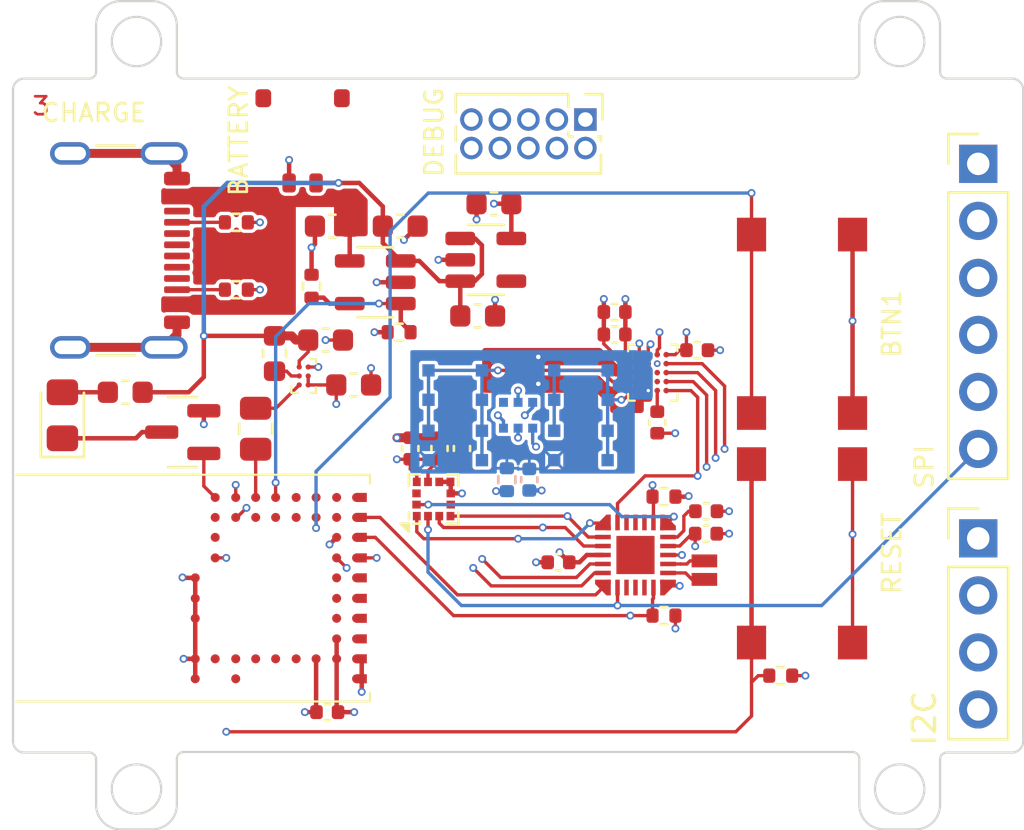
<source format=kicad_pcb>
(kicad_pcb (version 20241229) (generator "pcbnew") (generator_version "9.0")
  (title_block (title "Heart Rate Dev-Board") (date "2025-07-29") (rev "3") (company "https://github.com/ZSWatch/Heartrate-HW"))
  (layers (0 "F.Cu" signal) (4 "In1.Cu" power "Inner1") (6 "In2.Cu" power "Inner2") (2 "B.Cu" signal) (13 "F.Paste" user) (15 "B.Paste" user) (5 "F.SilkS" user "F.Silkscreen") (7 "B.SilkS" user "B.Silkscreen") (1 "F.Mask" user) (3 "B.Mask" user) (25 "Edge.Cuts" user))
  (net 0 "")
  (net 1 "GND")
  (net 2 "+1V8")
  (net 3 "Net-(IC102-V_{DD})")
  (net 4 "/V_{BAT}")
  (net 5 "/SDA")
  (net 6 "/SCL")
  (net 7 "Net-(IC105-VREF)")
  (net 8 "/V_{LED}")
  (net 9 "Net-(IC103-V_{CORE})")
  (net 10 "/CHARGE")
  (net 12 "Net-(IC101-SCL{slash}SCLK)")
  (net 13 "Net-(D107-K)")
  (net 14 "Net-(D107-A)")
  (net 15 "Net-(IC101-SDO{slash}ADDR0)")
  (net 17 "Net-(IC101-CS)")
  (net 18 "Net-(IC101-SDA{slash}SDI{slash}SDO)")
  (net 19 "/INT_{ACC}")
  (net 20 "Net-(IC102-PROG)")
  (net 21 "Net-(IC103-32k_{OUT})")
  (net 22 "/~{RESET_{HR}}")
  (net 23 "Net-(IC103-INT_{PPG})")
  (net 24 "/STATUS")
  (net 25 "Net-(IC103-CS_{PPG})")
  (net 26 "Net-(IC103-32k_{IN})")
  (net 27 "Net-(IC104-L)")
  (net 28 "/ENABLE_{LED}")
  (net 31 "/~{RESET}")
  (net 38 "/SWDIO")
  (net 43 "/SWDCLK")
  (net 48 "Net-(X102-CC1)")
  (net 49 "Net-(X102-CC2)")
  (net 58 "Net-(M101-P2.03)")
  (net 59 "Net-(D102-K)")
  (net 67 "Net-(M101-P0.02)")
  (net 68 "PD_GND")
  (net 69 "Net-(D101-K)")
  (net 72 "Net-(M101-P0.01)")
  (net 74 "Net-(IC105-LED1_DRV)")
  (net 75 "Net-(IC105-LED2_DRV)")
  (net 76 "Net-(IC105-LED3_DRV)")
  (footprint "Wuerth:WS-TASV-6x6" (layer "F.Cu") (at 176.35 98.625 -90)
    (property "Reference" "SW101" (hide yes))
    (property "Value" "BTN1")
  )
  (footprint "Capacitor_SMD:C_0603_1608Metric" (layer "F.Cu") (at 158.45 94.275)
    (property "Reference" "C102" (hide yes))
    (property "Value" "4u7" (hide yes))
  )
  (footprint "Molex:78171-0002" (layer "F.Cu") (at 154.1 90.475 180)
    (property "Reference" "X103" (hide yes))
    (property "Value" "BATTERY")
  )
  (footprint "Capacitor_SMD:C_0402_1005Metric" (layer "F.Cu") (at 160.2 104.18 90)
    (property "Reference" "C114" (hide yes))
    (property "Value" "100n" (hide yes))
  )
  (footprint "Capacitor_SMD:C_0402_1005Metric" (layer "F.Cu") (at 168 98.1 180)
    (property "Reference" "C105" (hide yes))
    (property "Value" "22u" (hide yes))
  )
  (footprint "Resistor_SMD:R_0805_2012Metric" (layer "F.Cu") (at 152.01 103.3 90)
    (property "Reference" "R109" (hide yes))
    (property "Value" "0R" (hide yes))
  )
  (footprint "Resistor_SMD:R_0402_1005Metric" (layer "F.Cu") (at 151.15 97.105 180)
    (property "Reference" "R104" (hide yes))
    (property "Value" "5k1" (hide yes))
  )
  (footprint "Crystal_Kampi:ECS_ECX-1210" (layer "F.Cu") (at 172 109.6 90)
    (property "Reference" "Y101" (hide yes))
    (property "Value" "32kHz" (hide yes))
  )
  (footprint "Capacitor_SMD:C_0603_1608Metric" (layer "F.Cu") (at 162.625 93.275 180)
    (property "Reference" "C110" (hide yes))
    (property "Value" "1u" (hide yes))
  )
  (footprint "Analog Devices:MAX32664GTG" (layer "F.Cu") (at 168.93 108.925 90)
    (property "Reference" "IC103" (hide yes))
    (property "Value" "MAX32664" (hide yes))
  )
  (footprint "Resistor_SMD:R_0402_1005Metric" (layer "F.Cu") (at 154.5 96.95 90)
    (property "Reference" "R106" (hide yes))
    (property "Value" "10k" (hide yes))
  )
  (footprint "Resistor_SMD:R_0402_1005Metric" (layer "F.Cu") (at 158.4 99 180)
    (property "Reference" "R107" (hide yes))
    (property "Value" "10k" (hide yes))
  )
  (footprint "Resistor_SMD:R_0402_1005Metric" (layer "F.Cu") (at 170.2 106.325 180)
    (property "Reference" "R103" (hide yes))
    (property "Value" "4k7" (hide yes))
  )
  (footprint "Inductor_SMD:L_0603_1608Metric" (layer "F.Cu") (at 152.85 99.95 -90)
    (property "Reference" "L101" (hide yes))
    (property "Value" "1u" (hide yes))
  )
  (footprint "Connector_USB:USB_C_Receptacle_GCT_USB4105-xx-A_16P_TopMnt_Horizontal" (layer "F.Cu") (at 144.825 95.355 -90)
    (property "Reference" "X102" (hide yes))
    (property "Value" "CHARGE")
  )
  (footprint "Capacitor_SMD:C_0402_1005Metric" (layer "F.Cu") (at 172.07 107.975)
    (property "Reference" "C117" (hide yes))
    (property "Value" "1u" (hide yes))
  )
  (footprint "Resistor_SMD:R_0402_1005Metric" (layer "F.Cu") (at 151.15 94.105)
    (property "Reference" "R102" (hide yes))
    (property "Value" "5k1" (hide yes))
  )
  (footprint "Capacitor_SMD:C_0603_1608Metric" (layer "F.Cu") (at 146.2 101.675 180)
    (property "Reference" "R105" (hide yes))
    (property "Value" "220R" (hide yes))
  )
  (footprint "Package_TO_SOT_SMD:SOT-23-5" (layer "F.Cu") (at 157.3375 96.775 180)
    (property "Reference" "IC102" (hide yes))
    (property "Value" "MCP73832-2-OT" (hide yes))
  )
  (footprint "Wuerth:WS-TASV-6x6" (layer "F.Cu") (at 176.35 108.85 90)
    (property "Reference" "SW102" (hide yes))
    (property "Value" "RESET")
  )
  (footprint "Package_LGA:LGA-12_2x2mm_P0.5mm" (layer "F.Cu") (at 159.9375 106.43 90)
    (property "Reference" "IC101" (hide yes))
    (property "Value" "LIS2DS12" (hide yes))
  )
  (footprint "Package_BGA_Kampi:DSBGA-6_0.886x1.288mm_2x3_P0.4mm" (layer "F.Cu") (at 154.15 100.95)
    (property "Reference" "IC104" (hide yes))
    (property "Value" "TPS61240" (hide yes))
  )
  (footprint "Capacitor_SMD:C_0402_1005Metric" (layer "F.Cu") (at 155.2 115.925 180)
    (property "Reference" "C109" (hide yes))
    (property "Value" "100n" (hide yes))
  )
  (footprint "Capacitor_SMD:C_0603_1608Metric" (layer "F.Cu") (at 161.9 98.275)
    (property "Reference" "C113" (hide yes))
    (property "Value" "1u" (hide yes))
  )
  (footprint "Capacitor_SMD:C_0603_1608Metric" (layer "F.Cu") (at 156.375 101.35)
    (property "Reference" "C108" (hide yes))
    (property "Value" "4u7" (hide yes))
  )
  (footprint "Capacitor_SMD:C_0402_1005Metric" (layer "F.Cu") (at 169.9 103.02 -90)
    (property "Reference" "C104" (hide yes))
    (property "Value" "1u" (hide yes))
  )
  (footprint "Package_BGA_Kampi:THIN-WLP-20_2.228x1.967mm_P0.4mm" (layer "F.Cu") (at 169.7 100.8 -90)
    (property "Reference" "IC105" (hide yes))
    (property "Value" "MAX86141" (hide yes))
  )
  (footprint "Capacitor_SMD:C_0402_1005Metric" (layer "F.Cu") (at 171.68 99.8)
    (property "Reference" "C106" (hide yes))
    (property "Value" "10u" (hide yes))
  )
  (footprint "Resistor_SMD:R_0402_1005Metric" (layer "F.Cu") (at 170.2 111.625)
    (property "Reference" "R101" (hide yes))
    (property "Value" "10k" (hide yes))
  )
  (footprint "Fanstel:BM15C" (layer "F.Cu") (at 148.2 110.4 90)
    (property "Reference" "M101" (hide yes))
    (property "Value" "BM15C" (hide yes))
  )
  (footprint "Capacitor_SMD:C_0603_1608Metric" (layer "F.Cu") (at 155.425 94.275 180)
    (property "Reference" "C101" (hide yes))
    (property "Value" "4u7" (hide yes))
  )
  (footprint "Connector_PinHeader_2.54mm:PinHeader_1x06_P2.54mm_Vertical" (layer "F.Cu") (at 184.2 91.5)
    (property "Reference" "J101" (hide yes))
    (property "Value" "SPI")
  )
  (footprint "Resistor_SMD:R_0402_1005Metric" (layer "F.Cu") (at 175.4 114.3 180)
    (property "Reference" "R108" (hide yes))
    (property "Value" "10k" (hide yes))
  )
  (footprint "Capacitor_SMD:C_0603_1608Metric" (layer "F.Cu") (at 155.125 99.35)
    (property "Reference" "C107" (hide yes))
    (property "Value" "2u2" (hide yes))
  )
  (footprint "Capacitor_SMD:C_0402_1005Metric" (layer "F.Cu") (at 165.5 109.25 180)
    (property "Reference" "C111" (hide yes))
    (property "Value" "1u" (hide yes))
  )
  (footprint "Connector_PinHeader_1.27mm:PinHeader_2x05_P1.27mm_Vertical" (layer "F.Cu") (at 166.7 89.525 -90)
    (property "Reference" "X104" (hide yes))
    (property "Value" "DEBUG")
  )
  (footprint "Connector_PinHeader_2.54mm:PinHeader_1x04_P2.54mm_Vertical" (layer "F.Cu") (at 184.2 108.185)
    (property "Reference" "J104" (hide yes))
    (property "Value" "I2C")
  )
  (footprint "Capacitor_SMD:C_0402_1005Metric" (layer "F.Cu") (at 168 99.1 180)
    (property "Reference" "C103" (hide yes))
    (property "Value" "100n" (hide yes))
  )
  (footprint "Capacitor_SMD:C_0402_1005Metric" (layer "F.Cu") (at 161.2 104.18 90)
    (property "Reference" "C115" (hide yes))
    (property "Value" "10u" (hide yes))
  )
  (footprint "Capacitor_SMD:C_0402_1005Metric" (layer "F.Cu") (at 172.08 106.975)
    (property "Reference" "C112" (hide yes))
    (property "Value" "1u" (hide yes))
  )
  (footprint "Package_TO_SOT_SMD:SOT-23-5" (layer "F.Cu") (at 162.2625 95.775)
    (property "Reference" "IC106" (hide yes))
    (property "Value" "MIC5365-1.8" (hide yes))
  )
  (footprint "LED_SMD:LED_0805_2012Metric_Pad1.15x1.40mm_HandSolder" (layer "F.Cu") (at 143.4 102.7 90)
    (property "Reference" "D107" (hide yes))
    (property "Value" "STATUS" (hide yes))
  )
  (footprint "Capacitor_SMD:C_0402_1005Metric" (layer "F.Cu") (at 158.9 104.18 90)
    (property "Reference" "C116" (hide yes))
    (property "Value" "100n" (hide yes))
  )
  (footprint "Package_TO_SOT_SMD:SOT-23" (layer "F.Cu") (at 148.7625 103.45 180)
    (property "Reference" "Q101" (hide yes))
    (property "Value" "BSS138" (hide yes))
  )
  (footprint "Osram:SFH7016" (layer "B.Cu") (at 163.7 102.7)
    (property "Reference" "LED101" (hide yes))
    (property "Value" "SFH 7016" (hide yes))
  )
  (footprint "Vishay:VEMD8080" (layer "B.Cu") (at 166.5 102.7 -90)
    (property "Reference" "D102" (hide yes))
    (property "Value" "D_Photo" (hide yes))
  )
  (footprint "Resistor_SMD:R_0402_1005Metric" (layer "B.Cu") (at 163.2 105.57 -90)
    (property "Reference" "R110" (hide yes))
    (property "Value" "~" (hide yes))
  )
  (footprint "Capacitor_SMD:C_0402_1005Metric" (layer "B.Cu") (at 164.2 105.57 -90)
    (property "Reference" "C118" (hide yes))
    (property "Value" "~" (hide yes))
  )
  (footprint "Vishay:VEMD8080" (layer "B.Cu") (at 160.9 102.7 -90)
    (property "Reference" "D101" (hide yes))
    (property "Value" "D_Photo" (hide yes))
  )
  (gr_line (start 154.7 100.4) (end 154.7 100.2) (stroke (width 0.1)) (layer "F.SilkS"))
  (gr_line (start 153.6 101.7) (end 153.9 101.7) (stroke (width 0.1)) (layer "F.SilkS"))
  (gr_line (start 154.45 100.2) (end 154.7 100.2) (stroke (width 0.1)) (layer "F.SilkS"))
  (gr_line (start 154.45 101.7) (end 154.7 101.7) (stroke (width 0.1)) (layer "F.SilkS"))
  (gr_line (start 154.7 101.7) (end 154.7 101.45) (stroke (width 0.1)) (layer "F.SilkS"))
  (gr_line (start 156.6 105.35) (end 141.35 105.35) (stroke (width 0.1)) (layer "F.SilkS"))
  (gr_line (start 153.6 101.4) (end 153.6 101.7) (stroke (width 0.1)) (layer "F.SilkS"))
  (gr_line (start 156.6 115.45) (end 141.35 115.45) (stroke (width 0.1)) (layer "F.SilkS"))
  (gr_line (start 178.6 117.7) (end 148.8 117.7) (stroke (width 0.1)) (layer "Edge.Cuts"))
  (gr_circle (center 146.7 86.05) (end 147.8 86.05) (stroke (width 0.1)) (fill no) (layer "Edge.Cuts"))
  (gr_line (start 148.5 85.35) (end 148.5 87.4) (stroke (width 0.1)) (layer "Edge.Cuts"))
  (gr_arc (start 144.9 87.4) (mid 144.812132 87.612132) (end 144.6 87.7) (stroke (width 0.1)) (layer "Edge.Cuts"))
  (gr_line (start 178.9 120.05) (end 178.9 118) (stroke (width 0.1)) (layer "Edge.Cuts"))
  (gr_arc (start 146 121.15) (mid 145.222183 120.827817) (end 144.9 120.05) (stroke (width 0.1)) (layer "Edge.Cuts"))
  (gr_circle (center 146.7 119.35) (end 145.6 119.35) (stroke (width 0.1)) (fill no) (layer "Edge.Cuts"))
  (gr_arc (start 147.4 84.25) (mid 148.177817 84.572183) (end 148.5 85.35) (stroke (width 0.1)) (layer "Edge.Cuts"))
  (gr_line (start 180 84.25) (end 181.4 84.25) (stroke (width 0.1)) (layer "Edge.Cuts"))
  (gr_arc (start 148.8 87.7) (mid 148.587868 87.612132) (end 148.5 87.4) (stroke (width 0.1)) (layer "Edge.Cuts"))
  (gr_line (start 182.8 87.7) (end 185.7 87.7) (stroke (width 0.1)) (layer "Edge.Cuts"))
  (gr_line (start 148.5 118) (end 148.5 120.05) (stroke (width 0.1)) (layer "Edge.Cuts"))
  (gr_line (start 141.7 87.7) (end 144.6 87.7) (stroke (width 0.1)) (layer "Edge.Cuts"))
  (gr_line (start 144.9 120.05) (end 144.9 118.025) (stroke (width 0.1)) (layer "Edge.Cuts"))
  (gr_line (start 182.5 118.025) (end 182.5 120.05) (stroke (width 0.1)) (layer "Edge.Cuts"))
  (gr_circle (center 180.7 86.05) (end 181.8 86.05) (stroke (width 0.1)) (fill no) (layer "Edge.Cuts"))
  (gr_line (start 148.8 87.7) (end 178.6 87.7) (stroke (width 0.1)) (layer "Edge.Cuts"))
  (gr_line (start 182.8 117.725) (end 185.7 117.725) (stroke (width 0.1)) (layer "Edge.Cuts"))
  (gr_arc (start 141.2 88.2) (mid 141.346447 87.846447) (end 141.7 87.7) (stroke (width 0.1)) (layer "Edge.Cuts"))
  (gr_line (start 141.2 88.2) (end 141.2 117.225) (stroke (width 0.1)) (layer "Edge.Cuts"))
  (gr_line (start 146 84.25) (end 147.4 84.25) (stroke (width 0.1)) (layer "Edge.Cuts"))
  (gr_arc (start 185.7 87.7) (mid 186.053553 87.846447) (end 186.2 88.2) (stroke (width 0.1)) (layer "Edge.Cuts"))
  (gr_line (start 182.5 85.35) (end 182.5 87.4) (stroke (width 0.1)) (layer "Edge.Cuts"))
  (gr_arc (start 186.2 117.225) (mid 186.053553 117.578553) (end 185.7 117.725) (stroke (width 0.1)) (layer "Edge.Cuts"))
  (gr_arc (start 182.5 118.025) (mid 182.587868 117.812868) (end 182.8 117.725) (stroke (width 0.1)) (layer "Edge.Cuts"))
  (gr_line (start 144.6 117.725) (end 141.7 117.725) (stroke (width 0.1)) (layer "Edge.Cuts"))
  (gr_arc (start 148.5 120.05) (mid 148.177817 120.827817) (end 147.4 121.15) (stroke (width 0.1)) (layer "Edge.Cuts"))
  (gr_line (start 181.4 121.15) (end 180 121.15) (stroke (width 0.1)) (layer "Edge.Cuts"))
  (gr_arc (start 182.8 87.7) (mid 182.587868 87.612132) (end 182.5 87.4) (stroke (width 0.1)) (layer "Edge.Cuts"))
  (gr_arc (start 144.6 117.725) (mid 144.812132 117.812868) (end 144.9 118.025) (stroke (width 0.1)) (layer "Edge.Cuts"))
  (gr_line (start 178.9 87.4) (end 178.9 85.35) (stroke (width 0.1)) (layer "Edge.Cuts"))
  (gr_arc (start 141.7 117.725) (mid 141.346447 117.578553) (end 141.2 117.225) (stroke (width 0.1)) (layer "Edge.Cuts"))
  (gr_line (start 144.9 87.4) (end 144.9 85.35) (stroke (width 0.1)) (layer "Edge.Cuts"))
  (gr_line (start 147.4 121.15) (end 146 121.15) (stroke (width 0.1)) (layer "Edge.Cuts"))
  (gr_arc (start 178.9 85.35) (mid 179.222183 84.572183) (end 180 84.25) (stroke (width 0.1)) (layer "Edge.Cuts"))
  (gr_line (start 186.2 117.225) (end 186.2 88.2) (stroke (width 0.1)) (layer "Edge.Cuts"))
  (gr_arc (start 178.9 87.4) (mid 178.812132 87.612132) (end 178.6 87.7) (stroke (width 0.1)) (layer "Edge.Cuts"))
  (gr_arc (start 178.6 117.7) (mid 178.812132 117.787868) (end 178.9 118) (stroke (width 0.1)) (layer "Edge.Cuts"))
  (gr_arc (start 180 121.15) (mid 179.222183 120.827817) (end 178.9 120.05) (stroke (width 0.1)) (layer "Edge.Cuts"))
  (gr_arc (start 148.5 118) (mid 148.587868 117.787868) (end 148.8 117.7) (stroke (width 0.1)) (layer "Edge.Cuts"))
  (gr_arc (start 144.9 85.35) (mid 145.222183 84.572183) (end 146 84.25) (stroke (width 0.1)) (layer "Edge.Cuts"))
  (gr_arc (start 181.4 84.25) (mid 182.177817 84.572183) (end 182.5 85.35) (stroke (width 0.1)) (layer "Edge.Cuts"))
  (gr_circle (center 180.7 119.35) (end 179.6 119.35) (stroke (width 0.1)) (fill no) (layer "Edge.Cuts"))
  (gr_arc (start 182.5 120.05) (mid 182.177817 120.827817) (end 181.4 121.15) (stroke (width 0.1)) (layer "Edge.Cuts"))
  (gr_text "${REVISION}" (at 142.45 88.925 0) (layer "F.Cu") (effects (font (size 0.8 0.8) (thickness 0.12))))
  (segment (start 148.505 92.155) (end 148.505 91.61) (width 0.4) (layer "F.Cu") (net 1))
  (segment (start 172.7 99.8) (end 172.16 99.8) (width 0.15) (layer "F.Cu") (net 1))
  (segment (start 167.52 99.1) (end 167.52 98.1) (width 0.2) (layer "F.Cu") (net 1))
  (segment (start 149.3176 114.4386) (end 149.3176 113.5496) (width 0.2) (layer "F.Cu") (net 1))
  (segment (start 158.9 103.7) (end 160.2 103.7) (width 0.4) (layer "F.Cu") (net 1))
  (segment (start 170.9 110.3) (end 170.395 110.3) (width 0.15) (layer "F.Cu") (net 1))
  (segment (start 170.395 110.3) (end 170.35 110.345) (width 0.15) (layer "F.Cu") (net 1))
  (segment (start 156.7344 113.5496) (end 156.7344 114.4386) (width 0.2) (layer "F.Cu") (net 1))
  (segment (start 147.93 91.035) (end 143.75 91.035) (width 0.4) (layer "F.Cu") (net 1))
  (segment (start 149.7 102.5) (end 149.7 103.1) (width 0.2) (layer "F.Cu") (net 1))
  (segment (start 173.1 106.975) (end 172.56 106.975) (width 0.15) (layer "F.Cu") (net 1))
  (segment (start 148.505 91.61) (end 147.93 91.035) (width 0.4) (layer "F.Cu") (net 1))
  (segment (start 169.1 100.8) (end 169.5 100.8) (width 0.2) (layer "F.Cu") (net 1))
  (segment (start 153.5 91.325) (end 153.5 92.35) (width 0.2) (layer "F.Cu") (net 1))
  (segment (start 152.2 97.105) (end 151.66 97.105) (width 0.15) (layer "F.Cu") (net 1))
  (segment (start 149.3176 110.8572) (end 149.3176 109.9428) (width 0.2) (layer "F.Cu") (net 1))
  (segment (start 164.5 109.25) (end 165.02 109.25) (width 0.2) (layer "F.Cu") (net 1))
  (segment (start 148.7678 109.9428) (end 149.3176 109.9428) (width 0.2) (layer "F.Cu") (net 1))
  (segment (start 170.71 112.2) (end 170.71 111.625) (width 0.15) (layer "F.Cu") (net 1))
  (segment (start 172.55 107.975) (end 173.1 107.975) (width 0.15) (layer "F.Cu") (net 1))
  (segment (start 148.505 98.555) (end 148.505 99.1) (width 0.4) (layer "F.Cu") (net 1))
  (segment (start 169.1 100.8) (end 168.8 100.8) (width 0.15) (layer "F.Cu") (net 1))
  (segment (start 148.75 109.925) (end 148.7678 109.9428) (width 0.2) (layer "F.Cu") (net 1))
  (segment (start 152.2 94.105) (end 151.66 94.105) (width 0.15) (layer "F.Cu") (net 1))
  (segment (start 154.2 115.925) (end 154.72 115.925) (width 0.2) (layer "F.Cu") (net 1))
  (segment (start 157.15 100.6) (end 157.15 101.35) (width 0.15) (layer "F.Cu") (net 1))
  (segment (start 178.6 102.6) (end 178.6 98.5) (width 0.2) (layer "F.Cu") (net 1))
  (segment (start 154.35 100.55) (end 154.8 100.55) (width 0.15) (layer "F.Cu") (net 1))
  (segment (start 160.700242 106.180242) (end 160.7 106.18) (width 0.2) (layer "F.Cu") (net 1))
  (segment (start 158.6125 94.8875) (end 159.225 94.275) (width 0.2) (layer "F.Cu") (net 1))
  (segment (start 158.3 103.7) (end 158.9 103.7) (width 0.4) (layer "F.Cu") (net 1))
  (segment (start 149.3176 111.7462) (end 149.3176 110.8572) (width 0.2) (layer "F.Cu") (net 1))
  (segment (start 170.38 108.925) (end 171 108.925) (width 0.15) (layer "F.Cu") (net 1))
  (segment (start 160.7 106.18) (end 160.7 105.68) (width 0.2) (layer "F.Cu") (net 1))
  (segment (start 158.475 96.775) (end 157.4 96.775) (width 0.2) (layer "F.Cu") (net 1))
  (segment (start 161.85 93.975) (end 161.85 93.275) (width 0.2) (layer "F.Cu") (net 1))
  (segment (start 169.5 101.2) (end 169.5 100.8) (width 0.2) (layer "F.Cu") (net 1))
  (segment (start 148.8 113.5496) (end 149.3176 113.5496) (width 0.2) (layer "F.Cu") (net 1))
  (segment (start 154.65 95.075) (end 154.5 95.225) (width 0.2) (layer "F.Cu") (net 1))
  (segment (start 160.1875 105.6675) (end 160.6875 105.6675) (width 0.2) (layer "F.Cu") (net 1))
  (segment (start 169.9 103.5) (end 170.7 103.5) (width 0.15) (layer "F.Cu") (net 1))
  (segment (start 162.675 97.55) (end 162.675 98.275) (width 0.2) (layer "F.Cu") (net 1))
  (segment (start 156.7344 115.025) (end 156.7344 114.4386) (width 0.2) (layer "F.Cu") (net 1))
  (segment (start 154.72 115.925) (end 154.7024 115.9074) (width 0.2) (layer "F.Cu") (net 1))
  (segment (start 154.5 95.225) (end 154.5 96.175) (width 0.2) (layer "F.Cu") (net 1))
  (segment (start 148.505 99.1) (end 147.93 99.675) (width 0.4) (layer "F.Cu") (net 1))
  (segment (start 167.52 99.52) (end 167.52 99.1) (width 0.15) (layer "F.Cu") (net 1))
  (segment (start 147.93 99.675) (end 143.75 99.675) (width 0.4) (layer "F.Cu") (net 1))
  (segment (start 178.6 108) (end 178.6 112.825) (width 0.15) (layer "F.Cu") (net 1))
  (segment (start 161.125 95.775) (end 160.15 95.775) (width 0.2) (layer "F.Cu") (net 1))
  (segment (start 155.9 99.35) (end 155.125 99.35) (width 0.15) (layer "F.Cu") (net 1))
  (segment (start 178.6 104.875) (end 178.6 108) (width 0.15) (layer "F.Cu") (net 1))
  (segment (start 154.65 94.275) (end 154.65 95.075) (width 0.2) (layer "F.Cu") (net 1))
  (segment (start 178.6 98.5) (end 178.6 94.65) (width 0.2) (layer "F.Cu") (net 1))
  (segment (start 161.2 106.18) (end 160.7 106.18) (width 0.2) (layer "F.Cu") (net 1))
  (segment (start 168.8 100.8) (end 167.52 99.52) (width 0.15) (layer "F.Cu") (net 1))
  (segment (start 167.52 97.52) (end 167.52 98.1) (width 0.2) (layer "F.Cu") (net 1))
  (segment (start 160.7 105.68) (end 160.6875 105.6675) (width 0.2) (layer "F.Cu") (net 1))
  (segment (start 154.7024 115.9074) (end 154.7024 113.5496) (width 0.2) (layer "F.Cu") (net 1))
  (segment (start 160.2 103.7) (end 161.2 103.7) (width 0.4) (layer "F.Cu") (net 1))
  (segment (start 155.3 108.4562) (end 155.6168 108.1394) (width 0.2) (layer "F.Cu") (net 1))
  (segment (start 149.3176 113.5496) (end 149.3176 111.7462) (width 0.2) (layer "F.Cu") (net 1))
  (via (at 161.2 106.18) (size 0.35) (drill 0.2) (layers "F.Cu" "B.Cu") (net 1))
  (via (at 157.15 100.6) (size 0.35) (drill 0.2) (layers "F.Cu" "B.Cu") (net 1))
  (via (at 170.7 103.5) (size 0.35) (drill 0.2) (layers "F.Cu" "B.Cu") (net 1))
  (via (at 154.2 115.925) (size 0.35) (drill 0.2) (layers "F.Cu" "B.Cu") (net 1))
  (via (at 162.675 97.55) (size 0.35) (drill 0.2) (layers "F.Cu" "B.Cu") (net 1))
  (via (at 148.8 113.5496) (size 0.35) (drill 0.2) (layers "F.Cu" "B.Cu") (net 1))
  (via (at 178.6 98.5) (size 0.35) (drill 0.2) (layers "F.Cu" "B.Cu") (net 1))
  (via (at 152.2 94.105) (size 0.35) (drill 0.2) (layers "F.Cu" "B.Cu") (net 1))
  (via (at 173.1 107.975) (size 0.35) (drill 0.2) (layers "F.Cu" "B.Cu") (net 1))
  (via (at 158.6125 94.8875) (size 0.35) (drill 0.2) (layers "F.Cu" "B.Cu") (net 1))
  (via (at 164.75 106.05) (size 0.35) (drill 0.2) (layers "F.Cu" "B.Cu") (net 1))
  (via (at 167.52 97.52) (size 0.35) (drill 0.2) (layers "F.Cu" "B.Cu") (net 1))
  (via (at 156.7344 115.025) (size 0.35) (drill 0.2) (layers "F.Cu" "B.Cu") (net 1))
  (via (at 155.3 108.4562) (size 0.35) (drill 0.2) (layers "F.Cu" "B.Cu") (net 1))
  (via (at 164.5 109.25) (size 0.35) (drill 0.2) (layers "F.Cu" "B.Cu") (net 1))
  (via (at 170.71 112.2) (size 0.35) (drill 0.2) (layers "F.Cu" "B.Cu") (net 1))
  (via (at 162.72 106.08) (size 0.35) (drill 0.2) (layers "F.Cu" "B.Cu") (net 1))
  (via (at 172.7 99.8) (size 0.35) (drill 0.2) (layers "F.Cu" "B.Cu") (net 1))
  (via (at 155.125 99.35) (size 0.35) (drill 0.2) (layers "F.Cu" "B.Cu") (net 1))
  (via (at 149.7 103.1) (size 0.35) (drill 0.2) (layers "F.Cu" "B.Cu") (net 1))
  (via (at 178.6 108) (size 0.35) (drill 0.2) (layers "F.Cu" "B.Cu") (net 1))
  (via (at 157.4 96.775) (size 0.35) (drill 0.2) (layers "F.Cu" "B.Cu") (net 1))
  (via (at 148.75 109.925) (size 0.35) (drill 0.2) (layers "F.Cu" "B.Cu") (net 1))
  (via (at 171 108.925) (size 0.35) (drill 0.2) (layers "F.Cu" "B.Cu") (net 1))
  (via (at 173.1 106.975) (size 0.35) (drill 0.2) (layers "F.Cu" "B.Cu") (net 1))
  (via (at 152.2 97.105) (size 0.35) (drill 0.2) (layers "F.Cu" "B.Cu") (net 1))
  (via (at 170.9 110.3) (size 0.35) (drill 0.2) (layers "F.Cu" "B.Cu") (net 1))
  (via (at 160.15 95.775) (size 0.35) (drill 0.2) (layers "F.Cu" "B.Cu") (net 1))
  (via (at 154.8 100.55) (size 0.35) (drill 0.2) (layers "F.Cu" "B.Cu") (net 1))
  (via (at 154.5 95.225) (size 0.35) (drill 0.2) (layers "F.Cu" "B.Cu") (net 1))
  (via (at 161.85 93.975) (size 0.35) (drill 0.2) (layers "F.Cu" "B.Cu") (net 1))
  (via (at 158.3 103.7) (size 0.35) (drill 0.2) (layers "F.Cu" "B.Cu") (net 1))
  (via (at 153.5 91.325) (size 0.35) (drill 0.2) (layers "F.Cu" "B.Cu") (net 1))
  (segment (start 164.75 106.05) (end 164.2 106.05) (width 0.2) (layer "B.Cu") (net 1))
  (segment (start 162.72 106.08) (end 163.2 106.08) (width 0.2) (layer "B.Cu") (net 1))
  (segment (start 163.23 106.05) (end 163.2 106.08) (width 0.2) (layer "B.Cu") (net 1))
  (segment (start 163.4 93.275) (end 163.4 94.825) (width 0.2) (layer "F.Cu") (net 2))
  (segment (start 176.5 114.3) (end 175.91 114.3) (width 0.15) (layer "F.Cu") (net 2))
  (segment (start 160.2 104.66) (end 158.9 104.66) (width 0.15) (layer "F.Cu") (net 2))
  (segment (start 165.55 108.82) (end 165.55 108.8) (width 0.2) (layer "F.Cu") (net 2))
  (segment (start 168.48 99.970918) (end 168.48 99.1) (width 0.15) (layer "F.Cu") (net 2))
  (segment (start 165.98 109.25) (end 166.43519 109.25) (width 0.2) (layer "F.Cu") (net 2))
  (segment (start 157.3 99) (end 157.89 99) (width 0.2) (layer "F.Cu") (net 2))
  (segment (start 169.1 100.4) (end 168.909082 100.4) (width 0.15) (layer "F.Cu") (net 2))
  (segment (start 159.6875 105.6675) (end 159.6875 105.1725) (width 0.15) (layer "F.Cu") (net 2))
  (segment (start 158.9 104.66) (end 158.9 105.1) (width 0.15) (layer "F.Cu") (net 2))
  (segment (start 155.68 115.925) (end 155.6168 115.8618) (width 0.2) (layer "F.Cu") (net 2))
  (segment (start 171.45 107.975) (end 171.59 107.975) (width 0.15) (layer "F.Cu") (net 2))
  (segment (start 162.625 93.275) (end 163.4 93.275) (width 0.2) (layer "F.Cu") (net 2))
  (segment (start 159.6875 105.1725) (end 160.2 104.66) (width 0.15) (layer "F.Cu") (net 2))
  (segment (start 166.76019 108.925) (end 167.48 108.925) (width 0.2) (layer "F.Cu") (net 2))
  (segment (start 156.4 115.925) (end 155.68 115.925) (width 0.2) (layer "F.Cu") (net 2))
  (segment (start 171.275 106.325) (end 170.71 106.325) (width 0.2) (layer "F.Cu") (net 2))
  (segment (start 171.3 106.3) (end 171.275 106.325) (width 0.2) (layer "F.Cu") (net 2))
  (segment (start 155.6168 113.5496) (end 155.6168 112.6606) (width 0.2) (layer "F.Cu") (net 2))
  (segment (start 170.899999 108.525001) (end 171.45 107.975) (width 0.15) (layer "F.Cu") (net 2))
  (segment (start 165.98 109.25) (end 165.55 108.82) (width 0.2) (layer "F.Cu") (net 2))
  (segment (start 170.38 108.525001) (end 170.899999 108.525001) (width 0.15) (layer "F.Cu") (net 2))
  (segment (start 168.909082 100.4) (end 168.48 99.970918) (width 0.15) (layer "F.Cu") (net 2))
  (segment (start 155.6168 115.8618) (end 155.6168 113.5496) (width 0.2) (layer "F.Cu") (net 2))
  (segment (start 168.48 99.1) (end 168.48 98.1) (width 0.2) (layer "F.Cu") (net 2))
  (segment (start 158.3 104.66) (end 158.9 104.66) (width 0.15) (layer "F.Cu") (net 2))
  (segment (start 166.43519 109.25) (end 166.76019 108.925) (width 0.2) (layer "F.Cu") (net 2))
  (segment (start 161.2 104.66) (end 160.2 104.66) (width 0.15) (layer "F.Cu") (net 2))
  (segment (start 169.5 100.4) (end 169.1 100.4) (width 0.15) (layer "F.Cu") (net 2))
  (segment (start 171.59 108.535) (end 171.59 107.975) (width 0.15) (layer "F.Cu") (net 2))
  (segment (start 159.1875 105.3875) (end 159.1875 105.6675) (width 0.15) (layer "F.Cu") (net 2))
  (segment (start 168.48 97.52) (end 168.48 98.1) (width 0.2) (layer "F.Cu") (net 2))
  (segment (start 158.9 105.1) (end 159.1875 105.3875) (width 0.15) (layer "F.Cu") (net 2))
  (via (at 171.3 106.3) (size 0.35) (drill 0.2) (layers "F.Cu" "B.Cu") (net 2))
  (via (at 165.55 108.8) (size 0.35) (drill 0.2) (layers "F.Cu" "B.Cu") (net 2))
  (via (at 156.4 115.925) (size 0.35) (drill 0.2) (layers "F.Cu" "B.Cu") (net 2))
  (via (at 171.59 108.535) (size 0.35) (drill 0.2) (layers "F.Cu" "B.Cu") (net 2))
  (via (at 162.625 93.275) (size 0.35) (drill 0.2) (layers "F.Cu" "B.Cu") (net 2))
  (via (at 157.3 99) (size 0.35) (drill 0.2) (layers "F.Cu" "B.Cu") (net 2))
  (via (at 168.48 97.52) (size 0.35) (drill 0.2) (layers "F.Cu" "B.Cu") (net 2))
  (via (at 176.5 114.3) (size 0.35) (drill 0.2) (layers "F.Cu" "B.Cu") (net 2))
  (via (at 158.3 104.66) (size 0.35) (drill 0.2) (layers "F.Cu" "B.Cu") (net 2))
  (segment (start 156.2 94.275) (end 156.2 95.825) (width 0.2) (layer "F.Cu") (net 3))
  (segment (start 154.35 99.35) (end 154.35 99.875) (width 0.15) (layer "F.Cu") (net 4))
  (segment (start 158.475 95.825) (end 159.3 95.825) (width 0.2) (layer "F.Cu") (net 4))
  (segment (start 159.3 95.825) (end 160.2 96.725) (width 0.2) (layer "F.Cu") (net 4))
  (segment (start 157.675 93.4) (end 157.675 94.275) (width 0.2) (layer "F.Cu") (net 4))
  (segment (start 157.675 95.025) (end 158.475 95.825) (width 0.2) (layer "F.Cu") (net 4))
  (segment (start 162.0875 96.409252) (end 161.771752 96.725) (width 0.2) (layer "F.Cu") (net 4))
  (segment (start 162.0875 95.125001) (end 162.0875 96.409252) (width 0.2) (layer "F.Cu") (net 4))
  (segment (start 149.7 101) (end 149.025 101.675) (width 0.2) (layer "F.Cu") (net 4))
  (segment (start 153.95 100.275) (end 153.95 100.55) (width 0.15) (layer "F.Cu") (net 4))
  (segment (start 154.35 99.35) (end 153.8 99.35) (width 0.4) (layer "F.Cu") (net 4))
  (segment (start 154.7 92.35) (end 155.7 92.35) (width 0.2) (layer "F.Cu") (net 4))
  (segment (start 161.771752 96.725) (end 161.125 96.725) (width 0.2) (layer "F.Cu") (net 4))
  (segment (start 149.025 101.675) (end 146.975 101.675) (width 0.2) (layer "F.Cu") (net 4))
  (segment (start 149.7 99.1625) (end 152.85 99.1625) (width 0.2) (layer "F.Cu") (net 4))
  (segment (start 153.6125 99.1625) (end 152.85 99.1625) (width 0.4) (layer "F.Cu") (net 4))
  (segment (start 161.125 96.725) (end 161.125 98.275) (width 0.2) (layer "F.Cu") (net 4))
  (segment (start 161.125 94.825) (end 161.787499 94.825) (width 0.2) (layer "F.Cu") (net 4))
  (segment (start 155.7 92.35) (end 156.625 92.35) (width 0.2) (layer "F.Cu") (net 4))
  (segment (start 149.7 99.1625) (end 149.7 101) (width 0.2) (layer "F.Cu") (net 4))
  (segment (start 161.787499 94.825) (end 162.0875 95.125001) (width 0.2) (layer "F.Cu") (net 4))
  (segment (start 154.35 99.875) (end 153.95 100.275) (width 0.15) (layer "F.Cu") (net 4))
  (segment (start 160.2 96.725) (end 161.125 96.725) (width 0.2) (layer "F.Cu") (net 4))
  (segment (start 157.675 94.275) (end 157.675 95.025) (width 0.2) (layer "F.Cu") (net 4))
  (segment (start 156.625 92.35) (end 157.675 93.4) (width 0.2) (layer "F.Cu") (net 4))
  (segment (start 155.7 92.35) (end 155.8 92.35) (width 0.2) (layer "F.Cu") (net 4))
  (segment (start 153.8 99.35) (end 153.6125 99.1625) (width 0.4) (layer "F.Cu") (net 4))
  (via (at 155.7 92.35) (size 0.35) (drill 0.2) (layers "F.Cu" "B.Cu") (net 4))
  (via (at 149.7 99.1625) (size 0.35) (drill 0.2) (layers "F.Cu" "B.Cu") (net 4))
  (segment (start 149.7 99.1625) (end 149.7 93.4) (width 0.2) (layer "B.Cu") (net 4))
  (segment (start 149.7 93.4) (end 150.75 92.35) (width 0.2) (layer "B.Cu") (net 4))
  (segment (start 150.75 92.35) (end 155.7 92.35) (width 0.2) (layer "B.Cu") (net 4))
  (segment (start 156.7344 109.0538) (end 157.4 109.0538) (width 0.15) (layer "F.Cu") (net 5))
  (segment (start 162.925 109.925) (end 166.3 109.925) (width 0.15) (layer "F.Cu") (net 5))
  (segment (start 162.1 109.1) (end 162.925 109.925) (width 0.15) (layer "F.Cu") (net 5))
  (segment (start 166.900001 109.324999) (end 167.48 109.324999) (width 0.15) (layer "F.Cu") (net 5))
  (segment (start 166.3 109.925) (end 166.900001 109.324999) (width 0.15) (layer "F.Cu") (net 5))
  (via (at 162.1 109.1) (size 0.35) (drill 0.2) (layers "F.Cu" "B.Cu") (net 5))
  (via (at 157.4 109.0538) (size 0.35) (drill 0.2) (layers "F.Cu" "B.Cu") (net 5))
  (segment (start 161.7 109.5) (end 162.5 110.3) (width 0.15) (layer "F.Cu") (net 6))
  (segment (start 166.529264 110.3) (end 167.104263 109.725001) (width 0.15) (layer "F.Cu") (net 6))
  (segment (start 156.063 109.5) (end 155.6168 109.0538) (width 0.15) (layer "F.Cu") (net 6))
  (segment (start 167.104263 109.725001) (end 167.48 109.725001) (width 0.15) (layer "F.Cu") (net 6))
  (segment (start 162.5 110.3) (end 166.529264 110.3) (width 0.15) (layer "F.Cu") (net 6))
  (via (at 156.063 109.5) (size 0.35) (drill 0.2) (layers "F.Cu" "B.Cu") (net 6))
  (via (at 161.7 109.5) (size 0.35) (drill 0.2) (layers "F.Cu" "B.Cu") (net 6))
  (segment (start 169.9 102.54) (end 169.9 101.6) (width 0.15) (layer "F.Cu") (net 7))
  (segment (start 154.35 101.35) (end 154.35 100.95) (width 0.15) (layer "F.Cu") (net 8))
  (segment (start 170.9 99.8) (end 171.2 99.8) (width 0.15) (layer "F.Cu") (net 8))
  (segment (start 155.6 101.35) (end 155.6 102.2) (width 0.15) (layer "F.Cu") (net 8))
  (segment (start 154.35 101.35) (end 155.6 101.35) (width 0.15) (layer "F.Cu") (net 8))
  (segment (start 170.7 100) (end 170.9 99.8) (width 0.15) (layer "F.Cu") (net 8))
  (segment (start 170.3 100) (end 170.7 100) (width 0.15) (layer "F.Cu") (net 8))
  (segment (start 171.2 99) (end 171.2 99.8) (width 0.15) (layer "F.Cu") (net 8))
  (via (at 162.8 102.7) (size 0.35) (drill 0.2) (layers "F.Cu" "B.Cu") (net 8))
  (via (at 164 102.7) (size 0.35) (drill 0.2) (layers "F.Cu" "B.Cu") (net 8))
  (via (at 155.6 102.2) (size 0.35) (drill 0.2) (layers "F.Cu" "B.Cu") (net 8))
  (via (at 171.2 99) (size 0.35) (drill 0.2) (layers "F.Cu" "B.Cu") (net 8))
  (segment (start 164.35 102.35) (end 164 102.7) (width 0.15) (layer "B.Cu") (net 8))
  (segment (start 163.05 102.95) (end 163.05 103.275) (width 0.15) (layer "B.Cu") (net 8))
  (segment (start 164.35 102.125) (end 164.35 102.35) (width 0.15) (layer "B.Cu") (net 8))
  (segment (start 162.8 102.7) (end 163.05 102.95) (width 0.15) (layer "B.Cu") (net 8))
  (segment (start 171.085 107.19) (end 171.3 106.975) (width 0.15) (layer "F.Cu") (net 9))
  (segment (start 170.800001 108.124999) (end 171.085 107.84) (width 0.15) (layer "F.Cu") (net 9))
  (segment (start 171.3 106.975) (end 171.6 106.975) (width 0.15) (layer "F.Cu") (net 9))
  (segment (start 171.085 107.84) (end 171.085 107.19) (width 0.15) (layer "F.Cu") (net 9))
  (segment (start 170.38 108.124999) (end 170.800001 108.124999) (width 0.15) (layer "F.Cu") (net 9))
  (segment (start 158.475 97.725) (end 157.5 97.725) (width 0.15) (layer "F.Cu") (net 10))
  (segment (start 158.91 98.985) (end 158.475 98.55) (width 0.2) (layer "F.Cu") (net 10))
  (segment (start 158.9 99.01) (end 158.91 99) (width 0.2) (layer "F.Cu") (net 10))
  (segment (start 152.899 106.3614) (end 152.899 105.701) (width 0.15) (layer "F.Cu") (net 10))
  (segment (start 152.899 105.701) (end 152.9 105.7) (width 0.15) (layer "F.Cu") (net 10))
  (segment (start 158.91 99) (end 158.91 98.985) (width 0.2) (layer "F.Cu") (net 10))
  (segment (start 158.475 98.55) (end 158.475 97.725) (width 0.2) (layer "F.Cu") (net 10))
  (segment (start 152.899 106.3614) (end 152.899 106.374) (width 0.15) (layer "F.Cu") (net 10))
  (via (at 157.5 97.725) (size 0.35) (drill 0.2) (layers "F.Cu" "B.Cu") (net 10))
  (via (at 152.9 105.7) (size 0.35) (drill 0.2) (layers "F.Cu" "B.Cu") (net 10))
  (segment (start 152.9 105.7) (end 152.9 99.2) (width 0.15) (layer "B.Cu") (net 10))
  (segment (start 154.375 97.725) (end 157.5 97.725) (width 0.15) (layer "B.Cu") (net 10))
  (segment (start 152.9 99.2) (end 154.375 97.725) (width 0.15) (layer "B.Cu") (net 10))
  (segment (start 163.7 108.2) (end 159.5 108.2) (width 0.15) (layer "F.Cu") (net 12))
  (segment (start 172.9 101.4) (end 172.9 104.2) (width 0.15) (layer "F.Cu") (net 12))
  (segment (start 171.9 100.4) (end 172.9 101.4) (width 0.15) (layer "F.Cu") (net 12))
  (segment (start 166.9 107.505) (end 167.51 107.505) (width 0.15) (layer "F.Cu") (net 12))
  (segment (start 159.1875 107.8875) (end 159.1875 107.1925) (width 0.15) (layer "F.Cu") (net 12))
  (segment (start 170.3 100.4) (end 171.9 100.4) (width 0.15) (layer "F.Cu") (net 12))
  (segment (start 159.5 108.2) (end 159.1875 107.8875) (width 0.15) (layer "F.Cu") (net 12))
  (via (at 166.9 107.505) (size 0.35) (drill 0.2) (layers "F.Cu" "B.Cu") (net 12))
  (via (at 163.7 108.2) (size 0.35) (drill 0.2) (layers "F.Cu" "B.Cu") (net 12))
  (via (at 172.9 104.2) (size 0.35) (drill 0.2) (layers "F.Cu" "B.Cu") (net 12))
  (segment (start 163.7 108.2) (end 166.205 108.2) (width 0.15) (layer "B.Cu") (net 12))
  (segment (start 166.205 108.2) (end 166.9 107.505) (width 0.15) (layer "B.Cu") (net 12))
  (segment (start 146.675 103.725) (end 143.4 103.725) (width 0.2) (layer "F.Cu") (net 13))
  (segment (start 146.95 103.45) (end 146.675 103.725) (width 0.2) (layer "F.Cu") (net 13))
  (segment (start 147.825 103.45) (end 146.95 103.45) (width 0.2) (layer "F.Cu") (net 13))
  (segment (start 143.4 101.675) (end 145.425 101.675) (width 0.2) (layer "F.Cu") (net 14))
  (segment (start 165.8 107.7) (end 166.625 108.525) (width 0.15) (layer "F.Cu") (net 15))
  (segment (start 164.8 107.7) (end 160.3805 107.7) (width 0.15) (layer "F.Cu") (net 15))
  (segment (start 160.1875 107.507) (end 160.1875 107.1925) (width 0.15) (layer "F.Cu") (net 15))
  (segment (start 160.3805 107.7) (end 160.1875 107.507) (width 0.15) (layer "F.Cu") (net 15))
  (segment (start 172.5 101.6) (end 172.5 104.6) (width 0.15) (layer "F.Cu") (net 15))
  (segment (start 166.625 108.525) (end 167.48 108.525) (width 0.15) (layer "F.Cu") (net 15))
  (segment (start 170.3 100.8) (end 171.7 100.8) (width 0.15) (layer "F.Cu") (net 15))
  (segment (start 164.8 107.7) (end 165.8 107.7) (width 0.15) (layer "F.Cu") (net 15))
  (segment (start 171.7 100.8) (end 172.5 101.6) (width 0.15) (layer "F.Cu") (net 15))
  (via (at 172.5 104.6) (size 0.35) (drill 0.2) (layers "F.Cu" "B.Cu") (net 15))
  (via (at 164.8 107.7) (size 0.35) (drill 0.2) (layers "F.Cu" "B.Cu") (net 15))
  (segment (start 168.129999 111.175) (end 168.129999 110.375) (width 0.15) (layer "F.Cu") (net 17))
  (segment (start 159.6875 107.8) (end 159.6875 107.1925) (width 0.15) (layer "F.Cu") (net 17))
  (via (at 159.6875 107.8) (size 0.35) (drill 0.2) (layers "F.Cu" "B.Cu") (net 17))
  (via (at 168.129999 111.175) (size 0.35) (drill 0.2) (layers "F.Cu" "B.Cu") (net 17))
  (segment (start 159.6875 109.6875) (end 161.175 111.175) (width 0.15) (layer "B.Cu") (net 17))
  (segment (start 159.6875 107.8) (end 159.6875 109.6875) (width 0.15) (layer "B.Cu") (net 17))
  (segment (start 161.175 111.175) (end 168.129999 111.175) (width 0.15) (layer "B.Cu") (net 17))
  (segment (start 184.2 104.2) (end 177.225 111.175) (width 0.15) (layer "B.Cu") (net 17))
  (segment (start 177.225 111.175) (end 168.129999 111.175) (width 0.15) (layer "B.Cu") (net 17))
  (segment (start 171.5 101.2) (end 172.1 101.8) (width 0.15) (layer "F.Cu") (net 18))
  (segment (start 166.825 108.125) (end 167.48 108.125) (width 0.15) (layer "F.Cu") (net 18))
  (segment (start 165.9 107.1925) (end 160.6875 107.1925) (width 0.15) (layer "F.Cu") (net 18))
  (segment (start 170.3 101.2) (end 171.5 101.2) (width 0.15) (layer "F.Cu") (net 18))
  (segment (start 166.2 107.4925) (end 166.2 107.5) (width 0.15) (layer "F.Cu") (net 18))
  (segment (start 172.1 101.8) (end 172.1 105) (width 0.15) (layer "F.Cu") (net 18))
  (segment (start 166.2 107.5) (end 166.825 108.125) (width 0.15) (layer "F.Cu") (net 18))
  (segment (start 165.9 107.1925) (end 166.2 107.4925) (width 0.15) (layer "F.Cu") (net 18))
  (via (at 165.9 107.1925) (size 0.35) (drill 0.2) (layers "F.Cu" "B.Cu") (net 18))
  (via (at 172.1 105) (size 0.35) (drill 0.2) (layers "F.Cu" "B.Cu") (net 18))
  (segment (start 159.699998 106.68) (end 159.175 106.68) (width 0.15) (layer "F.Cu") (net 19))
  (segment (start 170.64 107.215) (end 170.35 107.505) (width 0.15) (layer "F.Cu") (net 19))
  (segment (start 159.7 106.679998) (end 159.699998 106.68) (width 0.15) (layer "F.Cu") (net 19))
  (via (at 170.64 107.215) (size 0.35) (drill 0.2) (layers "F.Cu" "B.Cu") (net 19))
  (via (at 159.7 106.679998) (size 0.35) (drill 0.2) (layers "F.Cu" "B.Cu") (net 19))
  (segment (start 168.315 107.215) (end 167.779998 106.679998) (width 0.15) (layer "B.Cu") (net 19))
  (segment (start 170.64 107.215) (end 168.315 107.215) (width 0.15) (layer "B.Cu") (net 19))
  (segment (start 167.779998 106.679998) (end 159.7 106.679998) (width 0.15) (layer "B.Cu") (net 19))
  (segment (start 154.5 97.46) (end 155.035 97.46) (width 0.2) (layer "F.Cu") (net 20))
  (segment (start 155.3 97.725) (end 156.2 97.725) (width 0.2) (layer "F.Cu") (net 20))
  (segment (start 155.035 97.46) (end 155.3 97.725) (width 0.2) (layer "F.Cu") (net 20))
  (segment (start 171.162501 109.725001) (end 171.45 110.0125) (width 0.15) (layer "F.Cu") (net 21))
  (segment (start 170.38 109.725001) (end 171.162501 109.725001) (width 0.15) (layer "F.Cu") (net 21))
  (segment (start 171.45 110.0125) (end 172 110.0125) (width 0.15) (layer "F.Cu") (net 21))
  (segment (start 169.730001 110.375) (end 169.730001 110.855001) (width 0.15) (layer "F.Cu") (net 22))
  (segment (start 169.69 110.895002) (end 169.69 111.625) (width 0.15) (layer "F.Cu") (net 22))
  (segment (start 168.7 111.625) (end 160.825 111.625) (width 0.15) (layer "F.Cu") (net 22))
  (segment (start 169.69 111.625) (end 168.7 111.625) (width 0.15) (layer "F.Cu") (net 22))
  (segment (start 157.3394 108.1394) (end 156.7344 108.1394) (width 0.15) (layer "F.Cu") (net 22))
  (segment (start 169.730001 110.855001) (end 169.69 110.895002) (width 0.15) (layer "F.Cu") (net 22))
  (segment (start 160.825 111.625) (end 157.3394 108.1394) (width 0.15) (layer "F.Cu") (net 22))
  (via (at 168.7 111.625) (size 0.35) (drill 0.2) (layers "F.Cu" "B.Cu") (net 22))
  (segment (start 169.69 105.81) (end 169.69 106.325) (width 0.15) (layer "F.Cu") (net 23))
  (segment (start 169.69 106.325) (end 169.730001 106.365001) (width 0.15) (layer "F.Cu") (net 23))
  (segment (start 169.730001 106.365001) (end 169.730001 107.475) (width 0.15) (layer "F.Cu") (net 23))
  (via (at 169.69 105.81) (size 0.35) (drill 0.2) (layers "F.Cu" "B.Cu") (net 23))
  (via (at 169.9 100.4) (size 0.3) (drill 0.15) (layers "F.Cu" "B.Cu") (net 23))
  (segment (start 157.5504 107.2504) (end 156.7344 107.2504) (width 0.15) (layer "F.Cu") (net 24))
  (segment (start 167.51 110.345) (end 167.155 110.7) (width 0.15) (layer "F.Cu") (net 24))
  (segment (start 167.155 110.7) (end 161 110.7) (width 0.15) (layer "F.Cu") (net 24))
  (segment (start 161 110.7) (end 157.5504 107.2504) (width 0.15) (layer "F.Cu") (net 24))
  (segment (start 171.4 101.6) (end 170.3 101.6) (width 0.15) (layer "F.Cu") (net 25))
  (segment (start 171.7 105.4) (end 171.7 101.9) (width 0.15) (layer "F.Cu") (net 25))
  (segment (start 169.3579 105.4) (end 168.129999 106.627901) (width 0.15) (layer "F.Cu") (net 25))
  (segment (start 168.129999 106.627901) (end 168.129999 107.475) (width 0.15) (layer "F.Cu") (net 25))
  (segment (start 171.7 101.9) (end 171.4 101.6) (width 0.15) (layer "F.Cu") (net 25))
  (segment (start 171.7 105.4) (end 169.3579 105.4) (width 0.15) (layer "F.Cu") (net 25))
  (via (at 171.7 105.4) (size 0.35) (drill 0.2) (layers "F.Cu" "B.Cu") (net 25))
  (segment (start 170.38 109.324999) (end 170.932899 109.324999) (width 0.15) (layer "F.Cu") (net 26))
  (segment (start 170.9339 109.326) (end 171.22005 109.326) (width 0.15) (layer "F.Cu") (net 26))
  (segment (start 171.35855 109.1875) (end 172 109.1875) (width 0.15) (layer "F.Cu") (net 26))
  (segment (start 171.22005 109.326) (end 171.35855 109.1875) (width 0.15) (layer "F.Cu") (net 26))
  (segment (start 170.932899 109.324999) (end 170.9339 109.326) (width 0.15) (layer "F.Cu") (net 26))
  (segment (start 153.6 100.95) (end 153.95 100.95) (width 0.15) (layer "F.Cu") (net 27))
  (segment (start 153.3875 100.7375) (end 153.6 100.95) (width 0.15) (layer "F.Cu") (net 27))
  (segment (start 152.85 100.7375) (end 153.3875 100.7375) (width 0.15) (layer "F.Cu") (net 27))
  (segment (start 152.9125 102.3875) (end 153.95 101.35) (width 0.15) (layer "F.Cu") (net 28))
  (segment (start 152.01 102.3875) (end 152.9125 102.3875) (width 0.15) (layer "F.Cu") (net 28))
  (segment (start 150.7 116.8) (end 173.4 116.8) (width 0.15) (layer "F.Cu") (net 31))
  (segment (start 174.1 114.6) (end 174.1 112.825) (width 0.15) (layer "F.Cu") (net 31))
  (segment (start 150.7 109.0538) (end 150.2066 109.0538) (width 0.15) (layer "F.Cu") (net 31))
  (segment (start 174.1 116.1) (end 174.1 114.6) (width 0.15) (layer "F.Cu") (net 31))
  (segment (start 173.4 116.8) (end 174.1 116.1) (width 0.15) (layer "F.Cu") (net 31))
  (segment (start 174.4 114.3) (end 174.1 114.6) (width 0.15) (layer "F.Cu") (net 31))
  (segment (start 174.1 112.825) (end 174.1 104.875) (width 0.2) (layer "F.Cu") (net 31))
  (segment (start 174.89 114.3) (end 174.4 114.3) (width 0.15) (layer "F.Cu") (net 31))
  (via (at 150.7 116.8) (size 0.35) (drill 0.2) (layers "F.Cu" "B.Cu") (net 31))
  (via (at 150.7 109.0538) (size 0.35) (drill 0.2) (layers "F.Cu" "B.Cu") (net 31))
  (segment (start 151.1746 107.2504) (end 151.121 107.2504) (width 0.2) (layer "F.Cu") (net 38))
  (segment (start 151.6 106.825) (end 151.1746 107.2504) (width 0.15) (layer "F.Cu") (net 38))
  (via (at 151.6 106.825) (size 0.35) (drill 0.2) (layers "F.Cu" "B.Cu") (net 38))
  (segment (start 151.121 105.8) (end 151.121 106.3614) (width 0.15) (layer "F.Cu") (net 43))
  (via (at 151.121 105.8) (size 0.35) (drill 0.2) (layers "F.Cu" "B.Cu") (net 43))
  (segment (start 150.64 94.105) (end 148.505 94.105) (width 0.15) (layer "F.Cu") (net 48))
  (segment (start 150.64 97.105) (end 148.505 97.105) (width 0.15) (layer "F.Cu") (net 49))
  (segment (start 174.1 94.65) (end 174.1 102.6) (width 0.15) (layer "F.Cu") (net 58))
  (segment (start 174.1 94.65) (end 174.1 92.8) (width 0.15) (layer "F.Cu") (net 58))
  (segment (start 154.7024 107.725) (end 154.7024 107.2504) (width 0.15) (layer "F.Cu") (net 58))
  (via (at 154.7024 107.725) (size 0.35) (drill 0.2) (layers "F.Cu" "B.Cu") (net 58))
  (via (at 174.1 92.8) (size 0.35) (drill 0.2) (layers "F.Cu" "B.Cu") (net 58))
  (segment (start 158 94.5) (end 158 101.9) (width 0.15) (layer "B.Cu") (net 58))
  (segment (start 174.1 92.8) (end 159.7 92.8) (width 0.15) (layer "B.Cu") (net 58))
  (segment (start 159.7 92.8) (end 158 94.5) (width 0.15) (layer "B.Cu") (net 58))
  (segment (start 158 101.9) (end 154.7 105.2) (width 0.15) (layer "B.Cu") (net 58))
  (segment (start 154.7 105.2) (end 154.7 107.7226) (width 0.15) (layer "B.Cu") (net 58))
  (segment (start 154.7 107.7226) (end 154.7024 107.725) (width 0.15) (layer "B.Cu") (net 58))
  (segment (start 168.3 102.01) (end 168.4 102.01) (width 0.15) (layer "F.Cu") (net 59))
  (segment (start 168.4 102.01) (end 168.81 101.6) (width 0.15) (layer "F.Cu") (net 59))
  (segment (start 168.81 101.6) (end 169.1 101.6) (width 0.15) (layer "F.Cu") (net 59))
  (via (at 168.3 102.01) (size 0.35) (drill 0.2) (layers "F.Cu" "B.Cu") (net 59))
  (segment (start 167.69 103.39) (end 167.69 102.3) (width 0.15) (layer "B.Cu") (net 59))
  (segment (start 167.69 104.7) (end 167.69 103.39) (width 0.15) (layer "B.Cu") (net 59))
  (segment (start 165.31 102.01) (end 165.31 100.7) (width 0.15) (layer "B.Cu") (net 59))
  (segment (start 165.31 100.7) (end 167.69 100.7) (width 0.15) (layer "B.Cu") (net 59))
  (segment (start 167.69 102.01) (end 168.3 102.01) (width 0.15) (layer "B.Cu") (net 59))
  (segment (start 167.69 102.3) (end 167.69 100.7) (width 0.15) (layer "B.Cu") (net 59))
  (segment (start 167.69 102.3) (end 167.69 102.01) (width 0.15) (layer "B.Cu") (net 59))
  (segment (start 165.31 103.39) (end 165.31 102.01) (width 0.15) (layer "B.Cu") (net 59))
  (segment (start 149.7 104.4) (end 149.7 105.8548) (width 0.15) (layer "F.Cu") (net 67))
  (segment (start 149.7 105.8548) (end 150.2066 106.3614) (width 0.15) (layer "F.Cu") (net 67))
  (via (at 164.6 100.1) (size 0.35) (drill 0.2) (layers "F.Cu" "B.Cu") (net 68))
  (via (at 164.6 101.3) (size 0.35) (drill 0.2) (layers "F.Cu" "B.Cu") (net 68))
  (via (at 169.5 101.6) (size 0.3) (drill 0.15) (layers "F.Cu" "B.Cu") (net 68))
  (segment (start 167.9 101.2) (end 169.1 101.2) (width 0.15) (layer "F.Cu") (net 69))
  (segment (start 167.4 100.7) (end 167.9 101.2) (width 0.15) (layer "F.Cu") (net 69))
  (segment (start 162.8 100.7) (end 167.4 100.7) (width 0.15) (layer "F.Cu") (net 69))
  (via (at 162.8 100.7) (size 0.35) (drill 0.2) (layers "F.Cu" "B.Cu") (net 69))
  (segment (start 162.09 102.01) (end 162.09 103.39) (width 0.15) (layer "B.Cu") (net 69))
  (segment (start 162.09 103.39) (end 162.09 104.7) (width 0.15) (layer "B.Cu") (net 69))
  (segment (start 159.71 103.39) (end 159.71 102.01) (width 0.15) (layer "B.Cu") (net 69))
  (segment (start 159.71 102.01) (end 159.71 100.7) (width 0.15) (layer "B.Cu") (net 69))
  (segment (start 162.09 100.7) (end 162.8 100.7) (width 0.15) (layer "B.Cu") (net 69))
  (segment (start 159.71 100.7) (end 162.09 100.7) (width 0.15) (layer "B.Cu") (net 69))
  (segment (start 162.09 100.7) (end 162.09 102.01) (width 0.15) (layer "B.Cu") (net 69))
  (segment (start 152.01 104.2125) (end 152.01 106.3614) (width 0.15) (layer "F.Cu") (net 72))
  (segment (start 169.1 100) (end 169.1 99.5) (width 0.15) (layer "F.Cu") (net 74))
  (via (at 169.1 99.5) (size 0.35) (drill 0.2) (layers "F.Cu" "B.Cu") (net 74))
  (via (at 163.7 103.7) (size 0.35) (drill 0.2) (layers "F.Cu" "B.Cu") (net 74))
  (segment (start 163.7 103.275) (end 163.7 103.7) (width 0.15) (layer "B.Cu") (net 74))
  (segment (start 169.6 99.534314) (end 169.5 99.634314) (width 0.15) (layer "F.Cu") (net 75))
  (segment (start 169.5 99.634314) (end 169.5 100) (width 0.15) (layer "F.Cu") (net 75))
  (via (at 169.6 99.534314) (size 0.35) (drill 0.2) (layers "F.Cu" "B.Cu") (net 75))
  (via (at 164.5 104.1) (size 0.35) (drill 0.2) (layers "F.Cu" "B.Cu") (net 75))
  (segment (start 164.35 103.95) (end 164.35 103.275) (width 0.15) (layer "B.Cu") (net 75))
  (segment (start 164.5 104.1) (end 164.35 103.95) (width 0.15) (layer "B.Cu") (net 75))
  (segment (start 170 99.7) (end 169.9 99.8) (width 0.15) (layer "F.Cu") (net 76))
  (segment (start 170 99) (end 170 99.7) (width 0.15) (layer "F.Cu") (net 76))
  (segment (start 169.9 99.8) (end 169.9 100) (width 0.15) (layer "F.Cu") (net 76))
  (via (at 170 99) (size 0.35) (drill 0.2) (layers "F.Cu" "B.Cu") (net 76))
  (via (at 163.7 101.6) (size 0.35) (drill 0.2) (layers "F.Cu" "B.Cu") (net 76))
  (segment (start 163.7 102.125) (end 163.7 101.6) (width 0.15) (layer "B.Cu") (net 76))
  (zone (net 68) (net_name "PD_GND") (layer "F.Cu") (priority 1) (connect_pads yes (clearance 0)) (min_thickness 0.25) (fill yes (thermal_gap 0.5) (thermal_bridge_width 0.5))
    (polygon (pts (xy 162.1 99.7) (xy 169.7 99.7) (xy 169.7 102.1) (xy 169.3 102.1) (xy 169.3 102.6) (xy 167.8 102.6) (xy 167.8 102.3) (xy 167.2 101.7) (xy 162.1 101.7)))
  )
  (zone (net 0) (net_name "") (layer "F.Cu") (connect_pads (clearance 0)) (min_thickness 0.25)
    (keepout (tracks allowed) (vias allowed) (pads allowed) (copperpour not_allowed) (footprints allowed))
    (fill (thermal_gap 0.5) (thermal_bridge_width 0.5))
    (polygon (pts (xy 158.8 105.98) (xy 158.8 104.68) (xy 159.5 104.68) (xy 159.5 105.98)))
  )
  (zone (net 3) (net_name "Net-(IC102-V_{DD})") (layer "F.Cu") (priority 3) (connect_pads yes (clearance 0)) (min_thickness 0.25) (fill yes (thermal_gap 0.5) (thermal_bridge_width 0.5))
    (polygon (pts (xy 147.8 92.525) (xy 156.9 92.525) (xy 157 92.625) (xy 157 94.725) (xy 155.5 94.725) (xy 155.5 93.425) (xy 153.8 93.425) (xy 153.8 98.225) (xy 147.8 98.225)))
  )
  (zone (net 0) (net_name "") (layer "F.Cu") (connect_pads (clearance 0)) (min_thickness 0.25)
    (keepout (tracks allowed) (vias allowed) (pads allowed) (copperpour not_allowed) (footprints allowed))
    (fill (thermal_gap 0.5) (thermal_bridge_width 0.5))
    (polygon (pts (xy 161.3 104.98) (xy 160 104.98) (xy 159.9 105.08) (xy 159.9 106.08) (xy 159.5 106.08) (xy 159.5 104.98) (xy 160 104.48) (xy 161.3 104.48)))
  )
  (zone (net 0) (net_name "") (layer "F.Cu") (connect_pads (clearance 0)) (min_thickness 0.25)
    (keepout (tracks allowed) (vias allowed) (pads allowed) (copperpour not_allowed) (footprints allowed))
    (fill (thermal_gap 0.5) (thermal_bridge_width 0.5))
    (polygon (pts (xy 162.4 94.225) (xy 163.1 94.225) (xy 163.1 93.325) (xy 163.7 93.325) (xy 163.7 94.225) (xy 164.4 94.225) (xy 164.4 95.425) (xy 162.4 95.425)))
  )
  (zone (net 68) (net_name "PD_GND") (layers "B.Cu" "In2.Cu") (priority 2) (connect_pads yes (clearance 0)) (min_thickness 0.25) (fill yes (thermal_gap 0.5) (thermal_bridge_width 0.5))
    (polygon (pts (xy 168.8 99.8) (xy 169.7 99.8) (xy 169.7 102) (xy 168.8 102)))
  )
  (zone (net 68) (net_name "PD_GND") (layers "B.Cu" "In2.Cu") (priority 1) (connect_pads (clearance 0.127)) (min_thickness 0.127) (fill yes (thermal_gap 0.127) (thermal_bridge_width 0.127))
    (polygon (pts (xy 158.9 105.3) (xy 168.9 105.3) (xy 168.9 99.8) (xy 158.9 99.8)))
  )
)
</source>
